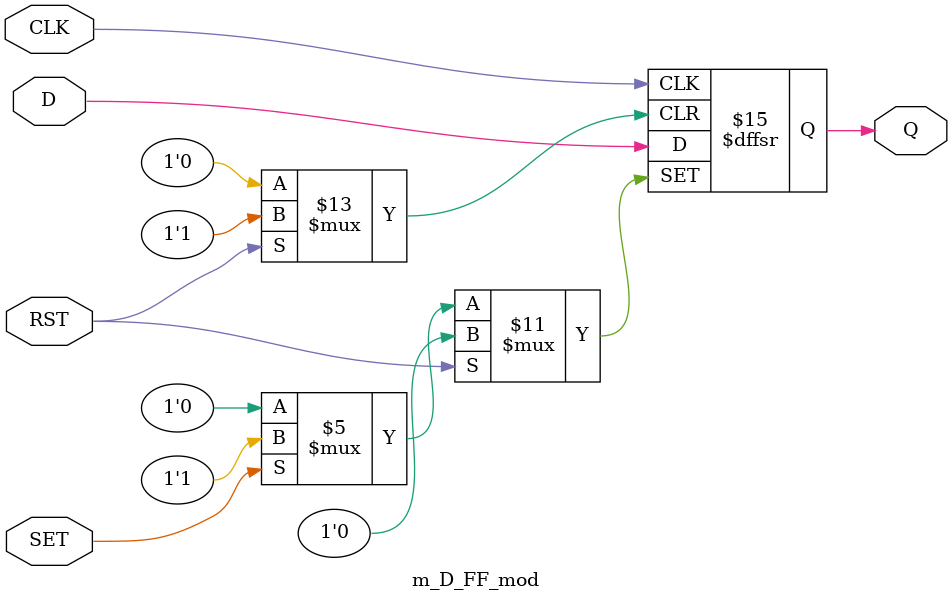
<source format=v>

`timescale 1ns / 1ps

`include "parameters.v"

module m_D_FF_mod(
		CLK,
		RST,
		SET,
		D,
		Q
	);

	// Parameters
	
	// Port Definition
	input CLK;
	input RST;
	input SET;
	input D;
	output reg Q;
	
	// Variables	 
	
	// Assignments
	
	// Behavior
	initial begin:Initialization
		// Empty
	end
	
	
	// if not set or reset, d will be hold/displayed for one cycle at the outport q
	always @ (posedge RST or posedge  SET or posedge CLK) begin
		if (SET) begin
			Q <= 1;
		end else if (RST) begin
			Q <= 0;
		end else begin
			Q <= D;
		end
	end

endmodule
    
</source>
